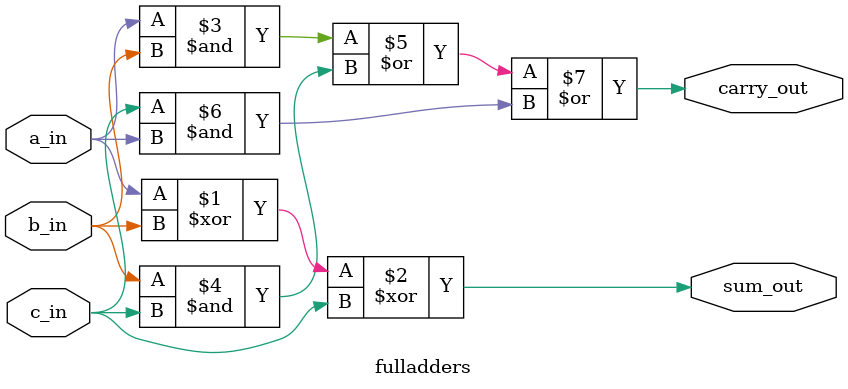
<source format=v>
module fulladders(a_in,b_in,c_in,sum_out,carry_out);
input a_in,b_in,c_in;
output sum_out,carry_out;
assign sum_out=a_in ^ b_in^c_in;
assign carry_out= (a_in & b_in)| (b_in & c_in) | (c_in & a_in);
endmodule
</source>
